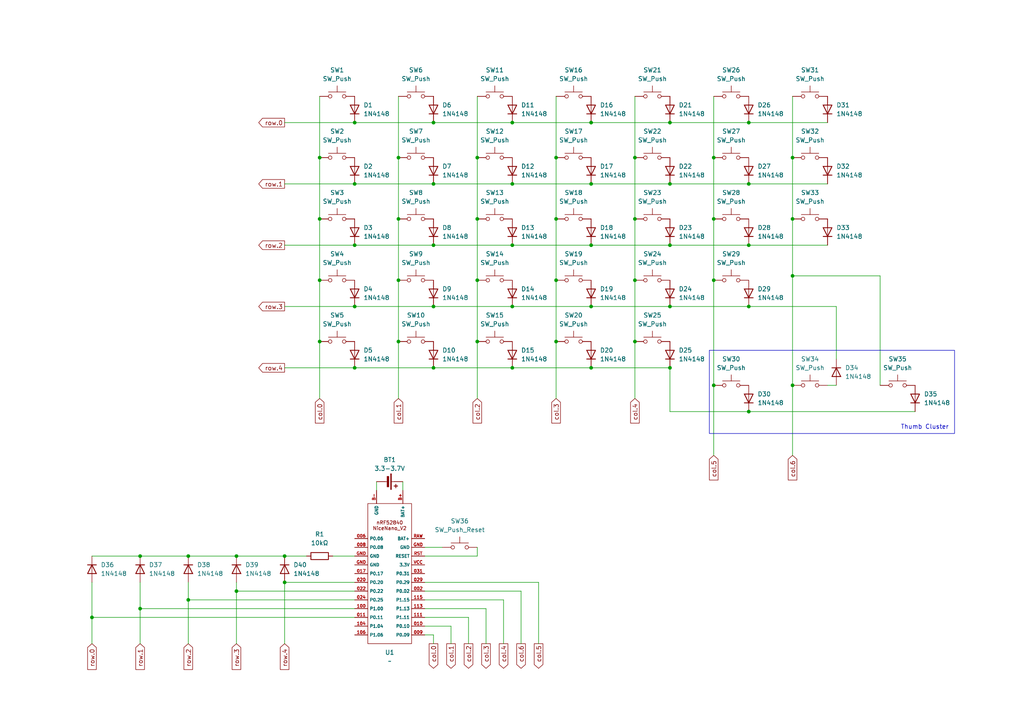
<source format=kicad_sch>
(kicad_sch (version 20250114) (generator "eeschema") (generator_version "9.0")
  (paper "A4")
  (lib_symbols
    (symbol "Device:Battery_Cell" (pin_numbers (hide yes)) (pin_names (offset 0) (hide yes))
      (property "Reference" "BT" (at 2.54 2.54 0))
      (property "Value" "Battery_Cell" (at 2.54 0 0))
      (symbol "Battery_Cell_0_1"
        (rectangle (start -2.286 1.778) (end 2.286 1.524) (fill (type outline)))
        (rectangle (start -1.524 1.016) (end 1.524 0.508) (fill (type outline)))
        (polyline (pts (xy 0 1.778) (xy 0 2.54)))
        (polyline (pts (xy 0 0.762) (xy 0 0)))
        (polyline (pts (xy 0.762 3.048) (xy 1.778 3.048)) (stroke (width 0.254)))
        (polyline (pts (xy 1.27 3.556) (xy 1.27 2.54)) (stroke (width 0.254)))
      )
      (symbol "Battery_Cell_1_1"
        (pin passive line (at 0 5.08 270) (length 2.54) (name "+") (number "1"))
        (pin passive line (at 0 -2.54 90) (length 2.54) (name "-") (number "2"))
      )
    )
    (symbol "Device:R" (pin_numbers (hide yes)) (pin_names (offset 0))
      (property "Reference" "R" (at 2.032 0 90))
      (property "Value" "R" (at 0 0 90))
      (symbol "R_0_1"
        (rectangle (start -1.016 -2.54) (end 1.016 2.54) (stroke (width 0.254)))
      )
      (symbol "R_1_1"
        (pin passive line (at 0 3.81 270) (length 1.27) (name "~") (number "1"))
        (pin passive line (at 0 -3.81 90) (length 1.27) (name "~") (number "2"))
      )
    )
    (symbol "Diode:1N4148" (pin_numbers (hide yes)) (pin_names (hide yes))
      (property "Reference" "D" (at 0 2.54 0))
      (property "Value" "1N4148" (at 0 -2.54 0))
      (symbol "1N4148_0_1"
        (polyline (pts (xy -1.27 1.27) (xy -1.27 -1.27)) (stroke (width 0.254)))
        (polyline (pts (xy 1.27 1.27) (xy 1.27 -1.27) (xy -1.27 0) (xy 1.27 1.27)) (stroke (width 0.254)))
        (polyline (pts (xy 1.27 0) (xy -1.27 0)))
      )
      (symbol "1N4148_1_1"
        (pin passive line (at -3.81 0 0) (length 2.54) (name "K") (number "1"))
        (pin passive line (at 3.81 0 180) (length 2.54) (name "A") (number "2"))
      )
    )
    (symbol "NiceNanoV2:NiceNanoV2" (in_bom no) (on_board no)
      (property "Reference" "U1" (at 0 -20.32 0))
      (symbol "NiceNanoV2_0_1"
        (rectangle (start -6.35 22.86) (end 6.35 -17.78))
      )
      (symbol "NiceNanoV2_1_1"
        (text "nRF52840\nNiceNano_V2" (at 0 16.51 0) (effects (font (size 1.016 1.016))))
        (pin bidirectional line (at -10.16 12.7 0) (length 3.81) (name "P0.06") (number "006"))
        (pin bidirectional line (at -10.16 10.16 0) (length 3.81) (name "P0.08") (number "008"))
        (pin power_out line (at -10.16 7.62 0) (length 3.81) (name "GND") (number "GND"))
        (pin power_out line (at -10.16 5.08 0) (length 3.81) (name "GND") (number "GND"))
        (pin bidirectional line (at -10.16 2.54 0) (length 3.81) (name "P0.17") (number "017"))
        (pin bidirectional line (at -10.16 0 0) (length 3.81) (name "P0.20") (number "020"))
        (pin bidirectional line (at -10.16 -2.54 0) (length 3.81) (name "P0.22") (number "022"))
        (pin bidirectional line (at -10.16 -5.08 0) (length 3.81) (name "P0.25") (number "024"))
        (pin bidirectional line (at -10.16 -7.62 0) (length 3.81) (name "P1.00") (number "100"))
        (pin bidirectional line (at -10.16 -10.16 0) (length 3.81) (name "P0.11") (number "011"))
        (pin bidirectional line (at -10.16 -12.7 0) (length 3.81) (name "P1.04") (number "104"))
        (pin bidirectional line (at -10.16 -15.24 0) (length 3.81) (name "P1.06") (number "106"))
        (pin power_out line (at -3.81 26.67 270) (length 3.81) (name "GND") (number "B-"))
        (pin power_in line (at 3.81 26.67 270) (length 3.81) (name "BAT+") (number "B+"))
        (pin power_in line (at 10.16 12.7 180) (length 3.81) (name "BAT+") (number "RAW"))
        (pin power_out line (at 10.16 10.16 180) (length 3.81) (name "GND") (number "GND"))
        (pin input line (at 10.16 7.62 180) (length 3.81) (name "RESET") (number "RST"))
        (pin power_in line (at 10.16 5.08 180) (length 3.81) (name "3.3V") (number "VCC"))
        (pin bidirectional line (at 10.16 2.54 180) (length 3.81) (name "P0.31") (number "031"))
        (pin bidirectional line (at 10.16 0 180) (length 3.81) (name "P0.29") (number "029"))
        (pin bidirectional line (at 10.16 -2.54 180) (length 3.81) (name "P0.02") (number "002"))
        (pin bidirectional line (at 10.16 -5.08 180) (length 3.81) (name "P1.15") (number "115"))
        (pin bidirectional line (at 10.16 -7.62 180) (length 3.81) (name "P1.13") (number "113"))
        (pin bidirectional line (at 10.16 -10.16 180) (length 3.81) (name "P1.11") (number "111"))
        (pin bidirectional line (at 10.16 -12.7 180) (length 3.81) (name "P0.10") (number "010"))
        (pin bidirectional line (at 10.16 -15.24 180) (length 3.81) (name "P0.09") (number "009"))
      )
    )
    (symbol "Switch:SW_Push" (pin_numbers (hide yes)) (pin_names (offset 1.016) (hide yes))
      (property "Reference" "SW" (at 1.27 2.54 0))
      (property "Value" "SW_Push" (at 0 -1.524 0))
      (symbol "SW_Push_0_1"
        (circle (center -2.032 0) (radius 0.508))
        (polyline (pts (xy 0 1.27) (xy 0 3.048)))
        (circle (center 2.032 0) (radius 0.508))
        (polyline (pts (xy 2.54 1.27) (xy -2.54 1.27)))
        (pin passive line (at -5.08 0 0) (length 2.54) (name "1") (number "1"))
        (pin passive line (at 5.08 0 180) (length 2.54) (name "2") (number "2"))
      )
    )
  )
  (rectangle (start 205.74 101.6) (end 276.86 125.73))
  (text "Thumb Cluster" (exclude_from_sim yes) (at 268.224 123.952 0) (effects (font (size 1.27 1.27))))
  (junction (at 161.29 99.06))
  (junction (at 161.29 45.72))
  (junction (at 217.17 119.38))
  (junction (at 125.73 53.34))
  (junction (at 217.17 53.34))
  (junction (at 184.15 81.28))
  (junction (at 171.45 88.9))
  (junction (at 92.71 99.06))
  (junction (at 82.55 168.91))
  (junction (at 184.15 45.72))
  (junction (at 148.59 71.12))
  (junction (at 229.87 63.5))
  (junction (at 194.31 88.9))
  (junction (at 125.73 88.9))
  (junction (at 207.01 111.76))
  (junction (at 184.15 99.06))
  (junction (at 115.57 63.5))
  (junction (at 194.31 106.68))
  (junction (at 207.01 45.72))
  (junction (at 194.31 35.56))
  (junction (at 40.64 176.53))
  (junction (at 217.17 88.9))
  (junction (at 194.31 53.34))
  (junction (at 92.71 63.5))
  (junction (at 138.43 81.28))
  (junction (at 125.73 106.68))
  (junction (at 171.45 71.12))
  (junction (at 217.17 71.12))
  (junction (at 26.67 179.07))
  (junction (at 217.17 35.56))
  (junction (at 229.87 45.72))
  (junction (at 125.73 35.56))
  (junction (at 138.43 63.5))
  (junction (at 171.45 53.34))
  (junction (at 148.59 106.68))
  (junction (at 161.29 63.5))
  (junction (at 184.15 63.5))
  (junction (at 68.58 171.45))
  (junction (at 194.31 71.12))
  (junction (at 102.87 106.68))
  (junction (at 207.01 81.28))
  (junction (at 148.59 53.34))
  (junction (at 229.87 80.01))
  (junction (at 115.57 45.72))
  (junction (at 171.45 106.68))
  (junction (at 125.73 71.12))
  (junction (at 171.45 35.56))
  (junction (at 68.58 161.29))
  (junction (at 148.59 35.56))
  (junction (at 207.01 63.5))
  (junction (at 102.87 53.34))
  (junction (at 102.87 35.56))
  (junction (at 92.71 45.72))
  (junction (at 115.57 81.28))
  (junction (at 138.43 99.06))
  (junction (at 102.87 88.9))
  (junction (at 161.29 81.28))
  (junction (at 115.57 99.06))
  (junction (at 229.87 111.76))
  (junction (at 54.61 161.29))
  (junction (at 54.61 173.99))
  (junction (at 40.64 161.29))
  (junction (at 102.87 71.12))
  (junction (at 138.43 45.72))
  (junction (at 92.71 81.28))
  (junction (at 148.59 88.9))
  (junction (at 82.55 161.29))
  (wire (pts (xy 102.87 71.12) (xy 125.73 71.12)))
  (wire (pts (xy 161.29 63.5) (xy 161.29 81.28)))
  (wire (pts (xy 184.15 63.5) (xy 184.15 81.28)))
  (wire (pts (xy 194.31 119.38) (xy 217.17 119.38)))
  (wire (pts (xy 102.87 106.68) (xy 125.73 106.68)))
  (wire (pts (xy 116.84 139.7) (xy 116.84 142.24)))
  (wire (pts (xy 125.73 184.15) (xy 123.19 184.15)))
  (wire (pts (xy 54.61 173.99) (xy 54.61 186.69)))
  (wire (pts (xy 184.15 99.06) (xy 184.15 115.57)))
  (wire (pts (xy 68.58 171.45) (xy 102.87 171.45)))
  (wire (pts (xy 115.57 81.28) (xy 115.57 99.06)))
  (wire (pts (xy 82.55 168.91) (xy 82.55 186.69)))
  (wire (pts (xy 148.59 88.9) (xy 171.45 88.9)))
  (wire (pts (xy 156.21 186.69) (xy 156.21 168.91)))
  (wire (pts (xy 123.19 161.29) (xy 138.43 161.29)))
  (wire (pts (xy 146.05 186.69) (xy 146.05 173.99)))
  (wire (pts (xy 146.05 173.99) (xy 123.19 173.99)))
  (wire (pts (xy 125.73 186.69) (xy 125.73 184.15)))
  (wire (pts (xy 82.55 53.34) (xy 102.87 53.34)))
  (wire (pts (xy 161.29 45.72) (xy 161.29 63.5)))
  (wire (pts (xy 171.45 88.9) (xy 194.31 88.9)))
  (wire (pts (xy 54.61 173.99) (xy 102.87 173.99)))
  (wire (pts (xy 40.64 176.53) (xy 40.64 186.69)))
  (wire (pts (xy 40.64 161.29) (xy 54.61 161.29)))
  (wire (pts (xy 171.45 106.68) (xy 194.31 106.68)))
  (wire (pts (xy 125.73 53.34) (xy 148.59 53.34)))
  (wire (pts (xy 184.15 81.28) (xy 184.15 99.06)))
  (wire (pts (xy 68.58 168.91) (xy 68.58 171.45)))
  (wire (pts (xy 184.15 27.94) (xy 184.15 45.72)))
  (wire (pts (xy 255.27 80.01) (xy 255.27 111.76)))
  (wire (pts (xy 92.71 63.5) (xy 92.71 81.28)))
  (wire (pts (xy 92.71 27.94) (xy 92.71 45.72)))
  (wire (pts (xy 92.71 99.06) (xy 92.71 115.57)))
  (wire (pts (xy 82.55 35.56) (xy 102.87 35.56)))
  (wire (pts (xy 102.87 88.9) (xy 125.73 88.9)))
  (wire (pts (xy 135.89 186.69) (xy 135.89 179.07)))
  (wire (pts (xy 92.71 45.72) (xy 92.71 63.5)))
  (wire (pts (xy 194.31 88.9) (xy 217.17 88.9)))
  (wire (pts (xy 140.97 176.53) (xy 123.19 176.53)))
  (wire (pts (xy 115.57 27.94) (xy 115.57 45.72)))
  (wire (pts (xy 135.89 179.07) (xy 123.19 179.07)))
  (wire (pts (xy 138.43 99.06) (xy 138.43 115.57)))
  (wire (pts (xy 138.43 81.28) (xy 138.43 99.06)))
  (wire (pts (xy 130.81 181.61) (xy 123.19 181.61)))
  (wire (pts (xy 102.87 53.34) (xy 125.73 53.34)))
  (wire (pts (xy 82.55 161.29) (xy 88.9 161.29)))
  (wire (pts (xy 125.73 106.68) (xy 148.59 106.68)))
  (wire (pts (xy 217.17 88.9) (xy 242.57 88.9)))
  (wire (pts (xy 68.58 161.29) (xy 82.55 161.29)))
  (wire (pts (xy 125.73 35.56) (xy 148.59 35.56)))
  (wire (pts (xy 82.55 71.12) (xy 102.87 71.12)))
  (wire (pts (xy 229.87 63.5) (xy 229.87 80.01)))
  (wire (pts (xy 229.87 111.76) (xy 229.87 132.08)))
  (wire (pts (xy 148.59 106.68) (xy 171.45 106.68)))
  (wire (pts (xy 138.43 158.75) (xy 138.43 161.29)))
  (wire (pts (xy 82.55 106.68) (xy 102.87 106.68)))
  (wire (pts (xy 102.87 35.56) (xy 125.73 35.56)))
  (wire (pts (xy 229.87 80.01) (xy 229.87 111.76)))
  (wire (pts (xy 156.21 168.91) (xy 123.19 168.91)))
  (wire (pts (xy 115.57 63.5) (xy 115.57 81.28)))
  (wire (pts (xy 151.13 186.69) (xy 151.13 171.45)))
  (wire (pts (xy 68.58 171.45) (xy 68.58 186.69)))
  (wire (pts (xy 207.01 81.28) (xy 207.01 111.76)))
  (wire (pts (xy 171.45 35.56) (xy 194.31 35.56)))
  (wire (pts (xy 109.22 139.7) (xy 109.22 142.24)))
  (wire (pts (xy 240.03 111.76) (xy 242.57 111.76)))
  (wire (pts (xy 82.55 168.91) (xy 102.87 168.91)))
  (wire (pts (xy 217.17 119.38) (xy 265.43 119.38)))
  (wire (pts (xy 26.67 179.07) (xy 102.87 179.07)))
  (wire (pts (xy 229.87 27.94) (xy 229.87 45.72)))
  (wire (pts (xy 115.57 99.06) (xy 115.57 115.57)))
  (wire (pts (xy 148.59 53.34) (xy 171.45 53.34)))
  (wire (pts (xy 128.27 158.75) (xy 123.19 158.75)))
  (wire (pts (xy 194.31 106.68) (xy 194.31 119.38)))
  (wire (pts (xy 125.73 88.9) (xy 148.59 88.9)))
  (wire (pts (xy 217.17 53.34) (xy 240.03 53.34)))
  (wire (pts (xy 207.01 27.94) (xy 207.01 45.72)))
  (wire (pts (xy 217.17 71.12) (xy 240.03 71.12)))
  (wire (pts (xy 161.29 27.94) (xy 161.29 45.72)))
  (wire (pts (xy 217.17 35.56) (xy 240.03 35.56)))
  (wire (pts (xy 194.31 35.56) (xy 217.17 35.56)))
  (wire (pts (xy 96.52 161.29) (xy 102.87 161.29)))
  (wire (pts (xy 130.81 186.69) (xy 130.81 181.61)))
  (wire (pts (xy 115.57 45.72) (xy 115.57 63.5)))
  (wire (pts (xy 194.31 53.34) (xy 217.17 53.34)))
  (wire (pts (xy 40.64 168.91) (xy 40.64 176.53)))
  (wire (pts (xy 194.31 71.12) (xy 217.17 71.12)))
  (wire (pts (xy 26.67 168.91) (xy 26.67 179.07)))
  (wire (pts (xy 140.97 186.69) (xy 140.97 176.53)))
  (wire (pts (xy 207.01 45.72) (xy 207.01 63.5)))
  (wire (pts (xy 138.43 27.94) (xy 138.43 45.72)))
  (wire (pts (xy 171.45 53.34) (xy 194.31 53.34)))
  (wire (pts (xy 148.59 71.12) (xy 171.45 71.12)))
  (wire (pts (xy 184.15 45.72) (xy 184.15 63.5)))
  (wire (pts (xy 138.43 45.72) (xy 138.43 63.5)))
  (wire (pts (xy 161.29 99.06) (xy 161.29 115.57)))
  (wire (pts (xy 54.61 161.29) (xy 68.58 161.29)))
  (wire (pts (xy 26.67 161.29) (xy 40.64 161.29)))
  (wire (pts (xy 207.01 63.5) (xy 207.01 81.28)))
  (wire (pts (xy 54.61 168.91) (xy 54.61 173.99)))
  (wire (pts (xy 92.71 81.28) (xy 92.71 99.06)))
  (wire (pts (xy 207.01 111.76) (xy 207.01 132.08)))
  (wire (pts (xy 138.43 63.5) (xy 138.43 81.28)))
  (wire (pts (xy 151.13 171.45) (xy 123.19 171.45)))
  (wire (pts (xy 171.45 71.12) (xy 194.31 71.12)))
  (wire (pts (xy 161.29 81.28) (xy 161.29 99.06)))
  (wire (pts (xy 148.59 35.56) (xy 171.45 35.56)))
  (wire (pts (xy 125.73 71.12) (xy 148.59 71.12)))
  (wire (pts (xy 40.64 176.53) (xy 102.87 176.53)))
  (wire (pts (xy 229.87 45.72) (xy 229.87 63.5)))
  (wire (pts (xy 242.57 88.9) (xy 242.57 104.14)))
  (wire (pts (xy 26.67 179.07) (xy 26.67 186.69)))
  (wire (pts (xy 82.55 88.9) (xy 102.87 88.9)))
  (wire (pts (xy 229.87 80.01) (xy 255.27 80.01)))
  (global_label "row.3" (shape output) (at 82.55 88.9 180) (property "Intersheetrefs" "${INTERSHEET_REFS}" (effects (hide yes))))
  (global_label "col.4" (shape output) (at 146.05 186.69 270) (property "Intersheetrefs" "${INTERSHEET_REFS}" (effects (hide yes))))
  (global_label "col.6" (shape output) (at 151.13 186.69 270) (property "Intersheetrefs" "${INTERSHEET_REFS}" (effects (hide yes))))
  (global_label "row.4" (shape input) (at 82.55 186.69 270) (property "Intersheetrefs" "${INTERSHEET_REFS}" (effects (hide yes))))
  (global_label "row.1" (shape input) (at 40.64 186.69 270) (property "Intersheetrefs" "${INTERSHEET_REFS}" (effects (hide yes))))
  (global_label "row.0" (shape output) (at 82.55 35.56 180) (property "Intersheetrefs" "${INTERSHEET_REFS}" (effects (hide yes))))
  (global_label "col.3" (shape output) (at 140.97 186.69 270) (property "Intersheetrefs" "${INTERSHEET_REFS}" (effects (hide yes))))
  (global_label "col.2" (shape input) (at 138.43 115.57 270) (property "Intersheetrefs" "${INTERSHEET_REFS}" (effects (hide yes))))
  (global_label "row.4" (shape output) (at 82.55 106.68 180) (property "Intersheetrefs" "${INTERSHEET_REFS}" (effects (hide yes))))
  (global_label "col.1" (shape output) (at 130.81 186.69 270) (property "Intersheetrefs" "${INTERSHEET_REFS}" (effects (hide yes))))
  (global_label "row.2" (shape output) (at 82.55 71.12 180) (property "Intersheetrefs" "${INTERSHEET_REFS}" (effects (hide yes))))
  (global_label "col.3" (shape input) (at 161.29 115.57 270) (property "Intersheetrefs" "${INTERSHEET_REFS}" (effects (hide yes))))
  (global_label "col.6" (shape input) (at 229.87 132.08 270) (property "Intersheetrefs" "${INTERSHEET_REFS}" (effects (hide yes))))
  (global_label "row.0" (shape input) (at 26.67 186.69 270) (property "Intersheetrefs" "${INTERSHEET_REFS}" (effects (hide yes))))
  (global_label "col.1" (shape input) (at 115.57 115.57 270) (property "Intersheetrefs" "${INTERSHEET_REFS}" (effects (hide yes))))
  (global_label "col.0" (shape output) (at 125.73 186.69 270) (property "Intersheetrefs" "${INTERSHEET_REFS}" (effects (hide yes))))
  (global_label "col.5" (shape output) (at 156.21 186.69 270) (property "Intersheetrefs" "${INTERSHEET_REFS}" (effects (hide yes))))
  (global_label "row.1" (shape output) (at 82.55 53.34 180) (property "Intersheetrefs" "${INTERSHEET_REFS}" (effects (hide yes))))
  (global_label "col.0" (shape input) (at 92.71 115.57 270) (property "Intersheetrefs" "${INTERSHEET_REFS}" (effects (hide yes))))
  (global_label "col.5" (shape input) (at 207.01 132.08 270) (property "Intersheetrefs" "${INTERSHEET_REFS}" (effects (hide yes))))
  (global_label "row.2" (shape input) (at 54.61 186.69 270) (property "Intersheetrefs" "${INTERSHEET_REFS}" (effects (hide yes))))
  (global_label "col.4" (shape input) (at 184.15 115.57 270) (property "Intersheetrefs" "${INTERSHEET_REFS}" (effects (hide yes))))
  (global_label "row.3" (shape input) (at 68.58 186.69 270) (property "Intersheetrefs" "${INTERSHEET_REFS}" (effects (hide yes))))
  (global_label "col.2" (shape output) (at 135.89 186.69 270) (property "Intersheetrefs" "${INTERSHEET_REFS}" (effects (hide yes))))
  (symbol (lib_id "Switch:SW_Push") (at 234.95 63.5 0) (unit 1)
    (property "Reference" "SW33" (at 234.95 55.88 0))
    (property "Value" "SW_Push" (at 234.95 58.42 0))
    (property "Description" "Push button switch, generic, two pins" (effects (hide yes)))
  )
  (symbol (lib_id "Switch:SW_Push") (at 97.79 63.5 0) (unit 1)
    (property "Reference" "SW3" (at 97.79 55.88 0))
    (property "Value" "SW_Push" (at 97.79 58.42 0))
    (property "Description" "Push button switch, generic, two pins" (effects (hide yes)))
  )
  (symbol (lib_id "Diode:1N4148") (at 217.17 85.09 90) (unit 1)
    (property "Reference" "D29" (at 219.71 83.8199 90) (effects (justify right)))
    (property "Value" "1N4148" (at 219.71 86.3599 90) (effects (justify right)))
    (property "Footprint" "Diode_THT:D_DO-35_SOD27_P7.62mm_Horizontal" (effects (hide yes)))
    (property "Datasheet" "https://assets.nexperia.com/documents/data-sheet/1N4148_1N4448.pdf" (effects (hide yes)))
    (property "Description" "100V 0.15A standard switching diode, DO-35" (effects (hide yes)))
    (property "Sim.Device" "D" (effects (hide yes)))
    (property "Sim.Pins" "1=K 2=A" (effects (hide yes)))
  )
  (symbol (lib_id "Diode:1N4148") (at 148.59 102.87 90) (unit 1)
    (property "Reference" "D15" (at 151.13 101.5999 90) (effects (justify right)))
    (property "Value" "1N4148" (at 151.13 104.1399 90) (effects (justify right)))
    (property "Footprint" "Diode_THT:D_DO-35_SOD27_P7.62mm_Horizontal" (effects (hide yes)))
    (property "Datasheet" "https://assets.nexperia.com/documents/data-sheet/1N4148_1N4448.pdf" (effects (hide yes)))
    (property "Description" "100V 0.15A standard switching diode, DO-35" (effects (hide yes)))
    (property "Sim.Device" "D" (effects (hide yes)))
    (property "Sim.Pins" "1=K 2=A" (effects (hide yes)))
  )
  (symbol (lib_id "Diode:1N4148") (at 217.17 67.31 90) (unit 1)
    (property "Reference" "D28" (at 219.71 66.0399 90) (effects (justify right)))
    (property "Value" "1N4148" (at 219.71 68.5799 90) (effects (justify right)))
    (property "Footprint" "Diode_THT:D_DO-35_SOD27_P7.62mm_Horizontal" (effects (hide yes)))
    (property "Datasheet" "https://assets.nexperia.com/documents/data-sheet/1N4148_1N4448.pdf" (effects (hide yes)))
    (property "Description" "100V 0.15A standard switching diode, DO-35" (effects (hide yes)))
    (property "Sim.Device" "D" (effects (hide yes)))
    (property "Sim.Pins" "1=K 2=A" (effects (hide yes)))
  )
  (symbol (lib_id "Switch:SW_Push") (at 143.51 63.5 0) (unit 1)
    (property "Reference" "SW13" (at 143.51 55.88 0))
    (property "Value" "SW_Push" (at 143.51 58.42 0))
    (property "Description" "Push button switch, generic, two pins" (effects (hide yes)))
  )
  (symbol (lib_id "Diode:1N4148") (at 217.17 49.53 90) (unit 1)
    (property "Reference" "D27" (at 219.71 48.2599 90) (effects (justify right)))
    (property "Value" "1N4148" (at 219.71 50.7999 90) (effects (justify right)))
    (property "Footprint" "Diode_THT:D_DO-35_SOD27_P7.62mm_Horizontal" (effects (hide yes)))
    (property "Datasheet" "https://assets.nexperia.com/documents/data-sheet/1N4148_1N4448.pdf" (effects (hide yes)))
    (property "Description" "100V 0.15A standard switching diode, DO-35" (effects (hide yes)))
    (property "Sim.Device" "D" (effects (hide yes)))
    (property "Sim.Pins" "1=K 2=A" (effects (hide yes)))
  )
  (symbol (lib_id "Switch:SW_Push") (at 166.37 63.5 0) (unit 1)
    (property "Reference" "SW18" (at 166.37 55.88 0))
    (property "Value" "SW_Push" (at 166.37 58.42 0))
    (property "Description" "Push button switch, generic, two pins" (effects (hide yes)))
  )
  (symbol (lib_id "Diode:1N4148") (at 125.73 31.75 90) (unit 1)
    (property "Reference" "D6" (at 128.27 30.4799 90) (effects (justify right)))
    (property "Value" "1N4148" (at 128.27 33.0199 90) (effects (justify right)))
    (property "Footprint" "Diode_THT:D_DO-35_SOD27_P7.62mm_Horizontal" (effects (hide yes)))
    (property "Datasheet" "https://assets.nexperia.com/documents/data-sheet/1N4148_1N4448.pdf" (effects (hide yes)))
    (property "Description" "100V 0.15A standard switching diode, DO-35" (effects (hide yes)))
    (property "Sim.Device" "D" (effects (hide yes)))
    (property "Sim.Pins" "1=K 2=A" (effects (hide yes)))
  )
  (symbol (lib_id "Diode:1N4148") (at 194.31 49.53 90) (unit 1)
    (property "Reference" "D22" (at 196.85 48.2599 90) (effects (justify right)))
    (property "Value" "1N4148" (at 196.85 50.7999 90) (effects (justify right)))
    (property "Footprint" "Diode_THT:D_DO-35_SOD27_P7.62mm_Horizontal" (effects (hide yes)))
    (property "Datasheet" "https://assets.nexperia.com/documents/data-sheet/1N4148_1N4448.pdf" (effects (hide yes)))
    (property "Description" "100V 0.15A standard switching diode, DO-35" (effects (hide yes)))
    (property "Sim.Device" "D" (effects (hide yes)))
    (property "Sim.Pins" "1=K 2=A" (effects (hide yes)))
  )
  (symbol (lib_id "Switch:SW_Push") (at 189.23 99.06 0) (unit 1)
    (property "Reference" "SW25" (at 189.23 91.44 0))
    (property "Value" "SW_Push" (at 189.23 93.98 0))
    (property "Description" "Push button switch, generic, two pins" (effects (hide yes)))
  )
  (symbol (lib_id "Switch:SW_Push") (at 166.37 45.72 0) (unit 1)
    (property "Reference" "SW17" (at 166.37 38.1 0))
    (property "Value" "SW_Push" (at 166.37 40.64 0))
    (property "Description" "Push button switch, generic, two pins" (effects (hide yes)))
  )
  (symbol (lib_id "Diode:1N4148") (at 171.45 67.31 90) (unit 1)
    (property "Reference" "D18" (at 173.99 66.0399 90) (effects (justify right)))
    (property "Value" "1N4148" (at 173.99 68.5799 90) (effects (justify right)))
    (property "Footprint" "Diode_THT:D_DO-35_SOD27_P7.62mm_Horizontal" (effects (hide yes)))
    (property "Datasheet" "https://assets.nexperia.com/documents/data-sheet/1N4148_1N4448.pdf" (effects (hide yes)))
    (property "Description" "100V 0.15A standard switching diode, DO-35" (effects (hide yes)))
    (property "Sim.Device" "D" (effects (hide yes)))
    (property "Sim.Pins" "1=K 2=A" (effects (hide yes)))
  )
  (symbol (lib_id "Switch:SW_Push") (at 97.79 27.94 0) (unit 1)
    (property "Reference" "SW1" (at 97.79 20.32 0))
    (property "Value" "SW_Push" (at 97.79 22.86 0))
    (property "Description" "Push button switch, generic, two pins" (effects (hide yes)))
  )
  (symbol (lib_id "Diode:1N4148") (at 68.58 165.1 270) (unit 1)
    (property "Reference" "D39" (at 71.12 163.8299 90) (effects (justify left)))
    (property "Value" "1N4148" (at 71.12 166.3699 90) (effects (justify left)))
    (property "Footprint" "Diode_THT:D_DO-35_SOD27_P7.62mm_Horizontal" (effects (hide yes)))
    (property "Datasheet" "https://assets.nexperia.com/documents/data-sheet/1N4148_1N4448.pdf" (effects (hide yes)))
    (property "Description" "100V 0.15A standard switching diode, DO-35" (effects (hide yes)))
    (property "Sim.Device" "D" (effects (hide yes)))
    (property "Sim.Pins" "1=K 2=A" (effects (hide yes)))
  )
  (symbol (lib_id "Diode:1N4148") (at 265.43 115.57 90) (unit 1)
    (property "Reference" "D35" (at 267.97 114.2999 90) (effects (justify right)))
    (property "Value" "1N4148" (at 267.97 116.8399 90) (effects (justify right)))
    (property "Footprint" "Diode_THT:D_DO-35_SOD27_P7.62mm_Horizontal" (effects (hide yes)))
    (property "Datasheet" "https://assets.nexperia.com/documents/data-sheet/1N4148_1N4448.pdf" (effects (hide yes)))
    (property "Description" "100V 0.15A standard switching diode, DO-35" (effects (hide yes)))
    (property "Sim.Device" "D" (effects (hide yes)))
    (property "Sim.Pins" "1=K 2=A" (effects (hide yes)))
  )
  (symbol (lib_id "Switch:SW_Push") (at 120.65 81.28 0) (unit 1)
    (property "Reference" "SW9" (at 120.65 73.66 0))
    (property "Value" "SW_Push" (at 120.65 76.2 0))
    (property "Description" "Push button switch, generic, two pins" (effects (hide yes)))
  )
  (symbol (lib_id "Switch:SW_Push") (at 133.35 158.75 0) (unit 1)
    (property "Reference" "SW36" (at 133.35 151.13 0))
    (property "Value" "SW_Push_Reset" (at 133.35 153.67 0))
    (property "Description" "Push button switch, generic, two pins" (effects (hide yes)))
  )
  (symbol (lib_id "Diode:1N4148") (at 148.59 67.31 90) (unit 1)
    (property "Reference" "D13" (at 151.13 66.0399 90) (effects (justify right)))
    (property "Value" "1N4148" (at 151.13 68.5799 90) (effects (justify right)))
    (property "Footprint" "Diode_THT:D_DO-35_SOD27_P7.62mm_Horizontal" (effects (hide yes)))
    (property "Datasheet" "https://assets.nexperia.com/documents/data-sheet/1N4148_1N4448.pdf" (effects (hide yes)))
    (property "Description" "100V 0.15A standard switching diode, DO-35" (effects (hide yes)))
    (property "Sim.Device" "D" (effects (hide yes)))
    (property "Sim.Pins" "1=K 2=A" (effects (hide yes)))
  )
  (symbol (lib_id "Diode:1N4148") (at 194.31 85.09 90) (unit 1)
    (property "Reference" "D24" (at 196.85 83.8199 90) (effects (justify right)))
    (property "Value" "1N4148" (at 196.85 86.3599 90) (effects (justify right)))
    (property "Footprint" "Diode_THT:D_DO-35_SOD27_P7.62mm_Horizontal" (effects (hide yes)))
    (property "Datasheet" "https://assets.nexperia.com/documents/data-sheet/1N4148_1N4448.pdf" (effects (hide yes)))
    (property "Description" "100V 0.15A standard switching diode, DO-35" (effects (hide yes)))
    (property "Sim.Device" "D" (effects (hide yes)))
    (property "Sim.Pins" "1=K 2=A" (effects (hide yes)))
  )
  (symbol (lib_id "Diode:1N4148") (at 125.73 67.31 90) (unit 1)
    (property "Reference" "D8" (at 128.27 66.0399 90) (effects (justify right)))
    (property "Value" "1N4148" (at 128.27 68.5799 90) (effects (justify right)))
    (property "Footprint" "Diode_THT:D_DO-35_SOD27_P7.62mm_Horizontal" (effects (hide yes)))
    (property "Datasheet" "https://assets.nexperia.com/documents/data-sheet/1N4148_1N4448.pdf" (effects (hide yes)))
    (property "Description" "100V 0.15A standard switching diode, DO-35" (effects (hide yes)))
    (property "Sim.Device" "D" (effects (hide yes)))
    (property "Sim.Pins" "1=K 2=A" (effects (hide yes)))
  )
  (symbol (lib_id "Diode:1N4148") (at 242.57 107.95 270) (unit 1)
    (property "Reference" "D34" (at 245.11 106.6799 90) (effects (justify left)))
    (property "Value" "1N4148" (at 245.11 109.2199 90) (effects (justify left)))
    (property "Footprint" "Diode_THT:D_DO-35_SOD27_P7.62mm_Horizontal" (effects (hide yes)))
    (property "Datasheet" "https://assets.nexperia.com/documents/data-sheet/1N4148_1N4448.pdf" (effects (hide yes)))
    (property "Description" "100V 0.15A standard switching diode, DO-35" (effects (hide yes)))
    (property "Sim.Device" "D" (effects (hide yes)))
    (property "Sim.Pins" "1=K 2=A" (effects (hide yes)))
  )
  (symbol (lib_id "Switch:SW_Push") (at 166.37 27.94 0) (unit 1)
    (property "Reference" "SW16" (at 166.37 20.32 0))
    (property "Value" "SW_Push" (at 166.37 22.86 0))
    (property "Description" "Push button switch, generic, two pins" (effects (hide yes)))
  )
  (symbol (lib_id "Switch:SW_Push") (at 234.95 45.72 0) (unit 1)
    (property "Reference" "SW32" (at 234.95 38.1 0))
    (property "Value" "SW_Push" (at 234.95 40.64 0))
    (property "Description" "Push button switch, generic, two pins" (effects (hide yes)))
  )
  (symbol (lib_id "Diode:1N4148") (at 171.45 31.75 90) (unit 1)
    (property "Reference" "D16" (at 173.99 30.4799 90) (effects (justify right)))
    (property "Value" "1N4148" (at 173.99 33.0199 90) (effects (justify right)))
    (property "Footprint" "Diode_THT:D_DO-35_SOD27_P7.62mm_Horizontal" (effects (hide yes)))
    (property "Datasheet" "https://assets.nexperia.com/documents/data-sheet/1N4148_1N4448.pdf" (effects (hide yes)))
    (property "Description" "100V 0.15A standard switching diode, DO-35" (effects (hide yes)))
    (property "Sim.Device" "D" (effects (hide yes)))
    (property "Sim.Pins" "1=K 2=A" (effects (hide yes)))
  )
  (symbol (lib_id "Diode:1N4148") (at 102.87 31.75 90) (unit 1)
    (property "Reference" "D1" (at 105.41 30.4799 90) (effects (justify right)))
    (property "Value" "1N4148" (at 105.41 33.0199 90) (effects (justify right)))
    (property "Footprint" "Diode_THT:D_DO-35_SOD27_P7.62mm_Horizontal" (effects (hide yes)))
    (property "Datasheet" "https://assets.nexperia.com/documents/data-sheet/1N4148_1N4448.pdf" (effects (hide yes)))
    (property "Description" "100V 0.15A standard switching diode, DO-35" (effects (hide yes)))
    (property "Sim.Device" "D" (effects (hide yes)))
    (property "Sim.Pins" "1=K 2=A" (effects (hide yes)))
  )
  (symbol (lib_id "Diode:1N4148") (at 102.87 102.87 90) (unit 1)
    (property "Reference" "D5" (at 105.41 101.5999 90) (effects (justify right)))
    (property "Value" "1N4148" (at 105.41 104.1399 90) (effects (justify right)))
    (property "Footprint" "Diode_THT:D_DO-35_SOD27_P7.62mm_Horizontal" (effects (hide yes)))
    (property "Datasheet" "https://assets.nexperia.com/documents/data-sheet/1N4148_1N4448.pdf" (effects (hide yes)))
    (property "Description" "100V 0.15A standard switching diode, DO-35" (effects (hide yes)))
    (property "Sim.Device" "D" (effects (hide yes)))
    (property "Sim.Pins" "1=K 2=A" (effects (hide yes)))
  )
  (symbol (lib_id "Switch:SW_Push") (at 212.09 111.76 0) (unit 1)
    (property "Reference" "SW30" (at 212.09 104.14 0))
    (property "Value" "SW_Push" (at 212.09 106.68 0))
    (property "Description" "Push button switch, generic, two pins" (effects (hide yes)))
  )
  (symbol (lib_id "Switch:SW_Push") (at 212.09 81.28 0) (unit 1)
    (property "Reference" "SW29" (at 212.09 73.66 0))
    (property "Value" "SW_Push" (at 212.09 76.2 0))
    (property "Description" "Push button switch, generic, two pins" (effects (hide yes)))
  )
  (symbol (lib_id "Switch:SW_Push") (at 189.23 27.94 0) (unit 1)
    (property "Reference" "SW21" (at 189.23 20.32 0))
    (property "Value" "SW_Push" (at 189.23 22.86 0))
    (property "Description" "Push button switch, generic, two pins" (effects (hide yes)))
  )
  (symbol (lib_id "Switch:SW_Push") (at 166.37 99.06 0) (unit 1)
    (property "Reference" "SW20" (at 166.37 91.44 0))
    (property "Value" "SW_Push" (at 166.37 93.98 0))
    (property "Description" "Push button switch, generic, two pins" (effects (hide yes)))
  )
  (symbol (lib_id "Diode:1N4148") (at 148.59 49.53 90) (unit 1)
    (property "Reference" "D12" (at 151.13 48.2599 90) (effects (justify right)))
    (property "Value" "1N4148" (at 151.13 50.7999 90) (effects (justify right)))
    (property "Footprint" "Diode_THT:D_DO-35_SOD27_P7.62mm_Horizontal" (effects (hide yes)))
    (property "Datasheet" "https://assets.nexperia.com/documents/data-sheet/1N4148_1N4448.pdf" (effects (hide yes)))
    (property "Description" "100V 0.15A standard switching diode, DO-35" (effects (hide yes)))
    (property "Sim.Device" "D" (effects (hide yes)))
    (property "Sim.Pins" "1=K 2=A" (effects (hide yes)))
  )
  (symbol (lib_id "Switch:SW_Push") (at 143.51 27.94 0) (unit 1)
    (property "Reference" "SW11" (at 143.51 20.32 0))
    (property "Value" "SW_Push" (at 143.51 22.86 0))
    (property "Description" "Push button switch, generic, two pins" (effects (hide yes)))
  )
  (symbol (lib_id "NiceNanoV2:NiceNanoV2") (at 113.03 168.91 0) (unit 1) (in_bom no) (on_board no)
    (property "Reference" "U1" (at 113.03 189.23 0))
    (property "Value" "~" (at 113.03 191.77 0))
  )
  (symbol (lib_id "Device:R") (at 92.71 161.29 90) (unit 1)
    (property "Reference" "R1" (at 92.71 154.94 90))
    (property "Value" "10kΩ" (at 92.71 157.48 90))
    (property "Description" "Resistor" (effects (hide yes)))
  )
  (symbol (lib_id "Switch:SW_Push") (at 212.09 63.5 0) (unit 1)
    (property "Reference" "SW28" (at 212.09 55.88 0))
    (property "Value" "SW_Push" (at 212.09 58.42 0))
    (property "Description" "Push button switch, generic, two pins" (effects (hide yes)))
  )
  (symbol (lib_id "Switch:SW_Push") (at 143.51 45.72 0) (unit 1)
    (property "Reference" "SW12" (at 143.51 38.1 0))
    (property "Value" "SW_Push" (at 143.51 40.64 0))
    (property "Description" "Push button switch, generic, two pins" (effects (hide yes)))
  )
  (symbol (lib_id "Diode:1N4148") (at 194.31 67.31 90) (unit 1)
    (property "Reference" "D23" (at 196.85 66.0399 90) (effects (justify right)))
    (property "Value" "1N4148" (at 196.85 68.5799 90) (effects (justify right)))
    (property "Footprint" "Diode_THT:D_DO-35_SOD27_P7.62mm_Horizontal" (effects (hide yes)))
    (property "Datasheet" "https://assets.nexperia.com/documents/data-sheet/1N4148_1N4448.pdf" (effects (hide yes)))
    (property "Description" "100V 0.15A standard switching diode, DO-35" (effects (hide yes)))
    (property "Sim.Device" "D" (effects (hide yes)))
    (property "Sim.Pins" "1=K 2=A" (effects (hide yes)))
  )
  (symbol (lib_id "Diode:1N4148") (at 148.59 31.75 90) (unit 1)
    (property "Reference" "D11" (at 151.13 30.4799 90) (effects (justify right)))
    (property "Value" "1N4148" (at 151.13 33.0199 90) (effects (justify right)))
    (property "Footprint" "Diode_THT:D_DO-35_SOD27_P7.62mm_Horizontal" (effects (hide yes)))
    (property "Datasheet" "https://assets.nexperia.com/documents/data-sheet/1N4148_1N4448.pdf" (effects (hide yes)))
    (property "Description" "100V 0.15A standard switching diode, DO-35" (effects (hide yes)))
    (property "Sim.Device" "D" (effects (hide yes)))
    (property "Sim.Pins" "1=K 2=A" (effects (hide yes)))
  )
  (symbol (lib_id "Diode:1N4148") (at 194.31 31.75 90) (unit 1)
    (property "Reference" "D21" (at 196.85 30.4799 90) (effects (justify right)))
    (property "Value" "1N4148" (at 196.85 33.0199 90) (effects (justify right)))
    (property "Footprint" "Diode_THT:D_DO-35_SOD27_P7.62mm_Horizontal" (effects (hide yes)))
    (property "Datasheet" "https://assets.nexperia.com/documents/data-sheet/1N4148_1N4448.pdf" (effects (hide yes)))
    (property "Description" "100V 0.15A standard switching diode, DO-35" (effects (hide yes)))
    (property "Sim.Device" "D" (effects (hide yes)))
    (property "Sim.Pins" "1=K 2=A" (effects (hide yes)))
  )
  (symbol (lib_id "Diode:1N4148") (at 171.45 102.87 90) (unit 1)
    (property "Reference" "D20" (at 173.99 101.5999 90) (effects (justify right)))
    (property "Value" "1N4148" (at 173.99 104.1399 90) (effects (justify right)))
    (property "Footprint" "Diode_THT:D_DO-35_SOD27_P7.62mm_Horizontal" (effects (hide yes)))
    (property "Datasheet" "https://assets.nexperia.com/documents/data-sheet/1N4148_1N4448.pdf" (effects (hide yes)))
    (property "Description" "100V 0.15A standard switching diode, DO-35" (effects (hide yes)))
    (property "Sim.Device" "D" (effects (hide yes)))
    (property "Sim.Pins" "1=K 2=A" (effects (hide yes)))
  )
  (symbol (lib_id "Switch:SW_Push") (at 143.51 81.28 0) (unit 1)
    (property "Reference" "SW14" (at 143.51 73.66 0))
    (property "Value" "SW_Push" (at 143.51 76.2 0))
    (property "Description" "Push button switch, generic, two pins" (effects (hide yes)))
  )
  (symbol (lib_id "Switch:SW_Push") (at 97.79 45.72 0) (unit 1)
    (property "Reference" "SW2" (at 97.79 38.1 0))
    (property "Value" "SW_Push" (at 97.79 40.64 0))
    (property "Description" "Push button switch, generic, two pins" (effects (hide yes)))
  )
  (symbol (lib_id "Switch:SW_Push") (at 212.09 27.94 0) (unit 1)
    (property "Reference" "SW26" (at 212.09 20.32 0))
    (property "Value" "SW_Push" (at 212.09 22.86 0))
    (property "Description" "Push button switch, generic, two pins" (effects (hide yes)))
  )
  (symbol (lib_id "Switch:SW_Push") (at 120.65 99.06 0) (unit 1)
    (property "Reference" "SW10" (at 120.65 91.44 0))
    (property "Value" "SW_Push" (at 120.65 93.98 0))
    (property "Description" "Push button switch, generic, two pins" (effects (hide yes)))
  )
  (symbol (lib_id "Switch:SW_Push") (at 212.09 45.72 0) (unit 1)
    (property "Reference" "SW27" (at 212.09 38.1 0))
    (property "Value" "SW_Push" (at 212.09 40.64 0))
    (property "Description" "Push button switch, generic, two pins" (effects (hide yes)))
  )
  (symbol (lib_id "Diode:1N4148") (at 102.87 85.09 90) (unit 1)
    (property "Reference" "D4" (at 105.41 83.8199 90) (effects (justify right)))
    (property "Value" "1N4148" (at 105.41 86.3599 90) (effects (justify right)))
    (property "Footprint" "Diode_THT:D_DO-35_SOD27_P7.62mm_Horizontal" (effects (hide yes)))
    (property "Datasheet" "https://assets.nexperia.com/documents/data-sheet/1N4148_1N4448.pdf" (effects (hide yes)))
    (property "Description" "100V 0.15A standard switching diode, DO-35" (effects (hide yes)))
    (property "Sim.Device" "D" (effects (hide yes)))
    (property "Sim.Pins" "1=K 2=A" (effects (hide yes)))
  )
  (symbol (lib_id "Diode:1N4148") (at 82.55 165.1 270) (unit 1)
    (property "Reference" "D40" (at 85.09 163.8299 90) (effects (justify left)))
    (property "Value" "1N4148" (at 85.09 166.3699 90) (effects (justify left)))
    (property "Footprint" "Diode_THT:D_DO-35_SOD27_P7.62mm_Horizontal" (effects (hide yes)))
    (property "Datasheet" "https://assets.nexperia.com/documents/data-sheet/1N4148_1N4448.pdf" (effects (hide yes)))
    (property "Description" "100V 0.15A standard switching diode, DO-35" (effects (hide yes)))
    (property "Sim.Device" "D" (effects (hide yes)))
    (property "Sim.Pins" "1=K 2=A" (effects (hide yes)))
  )
  (symbol (lib_id "Diode:1N4148") (at 125.73 102.87 90) (unit 1)
    (property "Reference" "D10" (at 128.27 101.5999 90) (effects (justify right)))
    (property "Value" "1N4148" (at 128.27 104.1399 90) (effects (justify right)))
    (property "Footprint" "Diode_THT:D_DO-35_SOD27_P7.62mm_Horizontal" (effects (hide yes)))
    (property "Datasheet" "https://assets.nexperia.com/documents/data-sheet/1N4148_1N4448.pdf" (effects (hide yes)))
    (property "Description" "100V 0.15A standard switching diode, DO-35" (effects (hide yes)))
    (property "Sim.Device" "D" (effects (hide yes)))
    (property "Sim.Pins" "1=K 2=A" (effects (hide yes)))
  )
  (symbol (lib_id "Switch:SW_Push") (at 97.79 81.28 0) (unit 1)
    (property "Reference" "SW4" (at 97.79 73.66 0))
    (property "Value" "SW_Push" (at 97.79 76.2 0))
    (property "Description" "Push button switch, generic, two pins" (effects (hide yes)))
  )
  (symbol (lib_id "Diode:1N4148") (at 40.64 165.1 270) (unit 1)
    (property "Reference" "D37" (at 43.18 163.8299 90) (effects (justify left)))
    (property "Value" "1N4148" (at 43.18 166.3699 90) (effects (justify left)))
    (property "Footprint" "Diode_THT:D_DO-35_SOD27_P7.62mm_Horizontal" (effects (hide yes)))
    (property "Datasheet" "https://assets.nexperia.com/documents/data-sheet/1N4148_1N4448.pdf" (effects (hide yes)))
    (property "Description" "100V 0.15A standard switching diode, DO-35" (effects (hide yes)))
    (property "Sim.Device" "D" (effects (hide yes)))
    (property "Sim.Pins" "1=K 2=A" (effects (hide yes)))
  )
  (symbol (lib_id "Diode:1N4148") (at 217.17 31.75 90) (unit 1)
    (property "Reference" "D26" (at 219.71 30.4799 90) (effects (justify right)))
    (property "Value" "1N4148" (at 219.71 33.0199 90) (effects (justify right)))
    (property "Footprint" "Diode_THT:D_DO-35_SOD27_P7.62mm_Horizontal" (effects (hide yes)))
    (property "Datasheet" "https://assets.nexperia.com/documents/data-sheet/1N4148_1N4448.pdf" (effects (hide yes)))
    (property "Description" "100V 0.15A standard switching diode, DO-35" (effects (hide yes)))
    (property "Sim.Device" "D" (effects (hide yes)))
    (property "Sim.Pins" "1=K 2=A" (effects (hide yes)))
  )
  (symbol (lib_id "Diode:1N4148") (at 102.87 67.31 90) (unit 1)
    (property "Reference" "D3" (at 105.41 66.0399 90) (effects (justify right)))
    (property "Value" "1N4148" (at 105.41 68.5799 90) (effects (justify right)))
    (property "Footprint" "Diode_THT:D_DO-35_SOD27_P7.62mm_Horizontal" (effects (hide yes)))
    (property "Datasheet" "https://assets.nexperia.com/documents/data-sheet/1N4148_1N4448.pdf" (effects (hide yes)))
    (property "Description" "100V 0.15A standard switching diode, DO-35" (effects (hide yes)))
    (property "Sim.Device" "D" (effects (hide yes)))
    (property "Sim.Pins" "1=K 2=A" (effects (hide yes)))
  )
  (symbol (lib_id "Switch:SW_Push") (at 166.37 81.28 0) (unit 1)
    (property "Reference" "SW19" (at 166.37 73.66 0))
    (property "Value" "SW_Push" (at 166.37 76.2 0))
    (property "Description" "Push button switch, generic, two pins" (effects (hide yes)))
  )
  (symbol (lib_id "Switch:SW_Push") (at 97.79 99.06 0) (unit 1)
    (property "Reference" "SW5" (at 97.79 91.44 0))
    (property "Value" "SW_Push" (at 97.79 93.98 0))
    (property "Description" "Push button switch, generic, two pins" (effects (hide yes)))
  )
  (symbol (lib_id "Switch:SW_Push") (at 234.95 27.94 0) (unit 1)
    (property "Reference" "SW31" (at 234.95 20.32 0))
    (property "Value" "SW_Push" (at 234.95 22.86 0))
    (property "Description" "Push button switch, generic, two pins" (effects (hide yes)))
  )
  (symbol (lib_id "Diode:1N4148") (at 194.31 102.87 90) (unit 1)
    (property "Reference" "D25" (at 196.85 101.5999 90) (effects (justify right)))
    (property "Value" "1N4148" (at 196.85 104.1399 90) (effects (justify right)))
    (property "Footprint" "Diode_THT:D_DO-35_SOD27_P7.62mm_Horizontal" (effects (hide yes)))
    (property "Datasheet" "https://assets.nexperia.com/documents/data-sheet/1N4148_1N4448.pdf" (effects (hide yes)))
    (property "Description" "100V 0.15A standard switching diode, DO-35" (effects (hide yes)))
    (property "Sim.Device" "D" (effects (hide yes)))
    (property "Sim.Pins" "1=K 2=A" (effects (hide yes)))
  )
  (symbol (lib_id "Switch:SW_Push") (at 120.65 45.72 0) (unit 1)
    (property "Reference" "SW7" (at 120.65 38.1 0))
    (property "Value" "SW_Push" (at 120.65 40.64 0))
    (property "Description" "Push button switch, generic, two pins" (effects (hide yes)))
  )
  (symbol (lib_id "Switch:SW_Push") (at 189.23 45.72 0) (unit 1)
    (property "Reference" "SW22" (at 189.23 38.1 0))
    (property "Value" "SW_Push" (at 189.23 40.64 0))
    (property "Description" "Push button switch, generic, two pins" (effects (hide yes)))
  )
  (symbol (lib_id "Diode:1N4148") (at 26.67 165.1 270) (unit 1)
    (property "Reference" "D36" (at 29.21 163.8299 90) (effects (justify left)))
    (property "Value" "1N4148" (at 29.21 166.3699 90) (effects (justify left)))
    (property "Footprint" "Diode_THT:D_DO-35_SOD27_P7.62mm_Horizontal" (effects (hide yes)))
    (property "Datasheet" "https://assets.nexperia.com/documents/data-sheet/1N4148_1N4448.pdf" (effects (hide yes)))
    (property "Description" "100V 0.15A standard switching diode, DO-35" (effects (hide yes)))
    (property "Sim.Device" "D" (effects (hide yes)))
    (property "Sim.Pins" "1=K 2=A" (effects (hide yes)))
  )
  (symbol (lib_id "Diode:1N4148") (at 240.03 67.31 90) (unit 1)
    (property "Reference" "D33" (at 242.57 66.0399 90) (effects (justify right)))
    (property "Value" "1N4148" (at 242.57 68.5799 90) (effects (justify right)))
    (property "Footprint" "Diode_THT:D_DO-35_SOD27_P7.62mm_Horizontal" (effects (hide yes)))
    (property "Datasheet" "https://assets.nexperia.com/documents/data-sheet/1N4148_1N4448.pdf" (effects (hide yes)))
    (property "Description" "100V 0.15A standard switching diode, DO-35" (effects (hide yes)))
    (property "Sim.Device" "D" (effects (hide yes)))
    (property "Sim.Pins" "1=K 2=A" (effects (hide yes)))
  )
  (symbol (lib_id "Switch:SW_Push") (at 120.65 27.94 0) (unit 1)
    (property "Reference" "SW6" (at 120.65 20.32 0))
    (property "Value" "SW_Push" (at 120.65 22.86 0))
    (property "Description" "Push button switch, generic, two pins" (effects (hide yes)))
  )
  (symbol (lib_id "Diode:1N4148") (at 102.87 49.53 90) (unit 1)
    (property "Reference" "D2" (at 105.41 48.2599 90) (effects (justify right)))
    (property "Value" "1N4148" (at 105.41 50.7999 90) (effects (justify right)))
    (property "Footprint" "Diode_THT:D_DO-35_SOD27_P7.62mm_Horizontal" (effects (hide yes)))
    (property "Datasheet" "https://assets.nexperia.com/documents/data-sheet/1N4148_1N4448.pdf" (effects (hide yes)))
    (property "Description" "100V 0.15A standard switching diode, DO-35" (effects (hide yes)))
    (property "Sim.Device" "D" (effects (hide yes)))
    (property "Sim.Pins" "1=K 2=A" (effects (hide yes)))
  )
  (symbol (lib_id "Diode:1N4148") (at 171.45 49.53 90) (unit 1)
    (property "Reference" "D17" (at 173.99 48.2599 90) (effects (justify right)))
    (property "Value" "1N4148" (at 173.99 50.7999 90) (effects (justify right)))
    (property "Footprint" "Diode_THT:D_DO-35_SOD27_P7.62mm_Horizontal" (effects (hide yes)))
    (property "Datasheet" "https://assets.nexperia.com/documents/data-sheet/1N4148_1N4448.pdf" (effects (hide yes)))
    (property "Description" "100V 0.15A standard switching diode, DO-35" (effects (hide yes)))
    (property "Sim.Device" "D" (effects (hide yes)))
    (property "Sim.Pins" "1=K 2=A" (effects (hide yes)))
  )
  (symbol (lib_id "Switch:SW_Push") (at 234.95 111.76 0) (unit 1)
    (property "Reference" "SW34" (at 234.95 104.14 0))
    (property "Value" "SW_Push" (at 234.95 106.68 0))
    (property "Description" "Push button switch, generic, two pins" (effects (hide yes)))
  )
  (symbol (lib_id "Diode:1N4148") (at 171.45 85.09 90) (unit 1)
    (property "Reference" "D19" (at 173.99 83.8199 90) (effects (justify right)))
    (property "Value" "1N4148" (at 173.99 86.3599 90) (effects (justify right)))
    (property "Footprint" "Diode_THT:D_DO-35_SOD27_P7.62mm_Horizontal" (effects (hide yes)))
    (property "Datasheet" "https://assets.nexperia.com/documents/data-sheet/1N4148_1N4448.pdf" (effects (hide yes)))
    (property "Description" "100V 0.15A standard switching diode, DO-35" (effects (hide yes)))
    (property "Sim.Device" "D" (effects (hide yes)))
    (property "Sim.Pins" "1=K 2=A" (effects (hide yes)))
  )
  (symbol (lib_id "Diode:1N4148") (at 125.73 49.53 90) (unit 1)
    (property "Reference" "D7" (at 128.27 48.2599 90) (effects (justify right)))
    (property "Value" "1N4148" (at 128.27 50.7999 90) (effects (justify right)))
    (property "Footprint" "Diode_THT:D_DO-35_SOD27_P7.62mm_Horizontal" (effects (hide yes)))
    (property "Datasheet" "https://assets.nexperia.com/documents/data-sheet/1N4148_1N4448.pdf" (effects (hide yes)))
    (property "Description" "100V 0.15A standard switching diode, DO-35" (effects (hide yes)))
    (property "Sim.Device" "D" (effects (hide yes)))
    (property "Sim.Pins" "1=K 2=A" (effects (hide yes)))
  )
  (symbol (lib_id "Diode:1N4148") (at 240.03 31.75 90) (unit 1)
    (property "Reference" "D31" (at 242.57 30.4799 90) (effects (justify right)))
    (property "Value" "1N4148" (at 242.57 33.0199 90) (effects (justify right)))
    (property "Footprint" "Diode_THT:D_DO-35_SOD27_P7.62mm_Horizontal" (effects (hide yes)))
    (property "Datasheet" "https://assets.nexperia.com/documents/data-sheet/1N4148_1N4448.pdf" (effects (hide yes)))
    (property "Description" "100V 0.15A standard switching diode, DO-35" (effects (hide yes)))
    (property "Sim.Device" "D" (effects (hide yes)))
    (property "Sim.Pins" "1=K 2=A" (effects (hide yes)))
  )
  (symbol (lib_id "Diode:1N4148") (at 125.73 85.09 90) (unit 1)
    (property "Reference" "D9" (at 128.27 83.8199 90) (effects (justify right)))
    (property "Value" "1N4148" (at 128.27 86.3599 90) (effects (justify right)))
    (property "Footprint" "Diode_THT:D_DO-35_SOD27_P7.62mm_Horizontal" (effects (hide yes)))
    (property "Datasheet" "https://assets.nexperia.com/documents/data-sheet/1N4148_1N4448.pdf" (effects (hide yes)))
    (property "Description" "100V 0.15A standard switching diode, DO-35" (effects (hide yes)))
    (property "Sim.Device" "D" (effects (hide yes)))
    (property "Sim.Pins" "1=K 2=A" (effects (hide yes)))
  )
  (symbol (lib_id "Switch:SW_Push") (at 120.65 63.5 0) (unit 1)
    (property "Reference" "SW8" (at 120.65 55.88 0))
    (property "Value" "SW_Push" (at 120.65 58.42 0))
    (property "Description" "Push button switch, generic, two pins" (effects (hide yes)))
  )
  (symbol (lib_id "Switch:SW_Push") (at 260.35 111.76 0) (unit 1)
    (property "Reference" "SW35" (at 260.35 104.14 0))
    (property "Value" "SW_Push" (at 260.35 106.68 0))
    (property "Description" "Push button switch, generic, two pins" (effects (hide yes)))
  )
  (symbol (lib_id "Diode:1N4148") (at 54.61 165.1 270) (unit 1)
    (property "Reference" "D38" (at 57.15 163.8299 90) (effects (justify left)))
    (property "Value" "1N4148" (at 57.15 166.3699 90) (effects (justify left)))
    (property "Footprint" "Diode_THT:D_DO-35_SOD27_P7.62mm_Horizontal" (effects (hide yes)))
    (property "Datasheet" "https://assets.nexperia.com/documents/data-sheet/1N4148_1N4448.pdf" (effects (hide yes)))
    (property "Description" "100V 0.15A standard switching diode, DO-35" (effects (hide yes)))
    (property "Sim.Device" "D" (effects (hide yes)))
    (property "Sim.Pins" "1=K 2=A" (effects (hide yes)))
  )
  (symbol (lib_id "Diode:1N4148") (at 148.59 85.09 90) (unit 1)
    (property "Reference" "D14" (at 151.13 83.8199 90) (effects (justify right)))
    (property "Value" "1N4148" (at 151.13 86.3599 90) (effects (justify right)))
    (property "Footprint" "Diode_THT:D_DO-35_SOD27_P7.62mm_Horizontal" (effects (hide yes)))
    (property "Datasheet" "https://assets.nexperia.com/documents/data-sheet/1N4148_1N4448.pdf" (effects (hide yes)))
    (property "Description" "100V 0.15A standard switching diode, DO-35" (effects (hide yes)))
    (property "Sim.Device" "D" (effects (hide yes)))
    (property "Sim.Pins" "1=K 2=A" (effects (hide yes)))
  )
  (symbol (lib_id "Device:Battery_Cell") (at 111.76 139.7 270) (unit 1)
    (property "Reference" "BT1" (at 113.03 133.35 90))
    (property "Value" "3.3-3.7V" (at 113.03 135.89 90))
    (property "Description" "Single-cell battery" (effects (hide yes)))
  )
  (symbol (lib_id "Diode:1N4148") (at 240.03 49.53 90) (unit 1)
    (property "Reference" "D32" (at 242.57 48.2599 90) (effects (justify right)))
    (property "Value" "1N4148" (at 242.57 50.7999 90) (effects (justify right)))
    (property "Footprint" "Diode_THT:D_DO-35_SOD27_P7.62mm_Horizontal" (effects (hide yes)))
    (property "Datasheet" "https://assets.nexperia.com/documents/data-sheet/1N4148_1N4448.pdf" (effects (hide yes)))
    (property "Description" "100V 0.15A standard switching diode, DO-35" (effects (hide yes)))
    (property "Sim.Device" "D" (effects (hide yes)))
    (property "Sim.Pins" "1=K 2=A" (effects (hide yes)))
  )
  (symbol (lib_id "Diode:1N4148") (at 217.17 115.57 90) (unit 1)
    (property "Reference" "D30" (at 219.71 114.2999 90) (effects (justify right)))
    (property "Value" "1N4148" (at 219.71 116.8399 90) (effects (justify right)))
    (property "Footprint" "Diode_THT:D_DO-35_SOD27_P7.62mm_Horizontal" (effects (hide yes)))
    (property "Datasheet" "https://assets.nexperia.com/documents/data-sheet/1N4148_1N4448.pdf" (effects (hide yes)))
    (property "Description" "100V 0.15A standard switching diode, DO-35" (effects (hide yes)))
    (property "Sim.Device" "D" (effects (hide yes)))
    (property "Sim.Pins" "1=K 2=A" (effects (hide yes)))
  )
  (symbol (lib_id "Switch:SW_Push") (at 189.23 63.5 0) (unit 1)
    (property "Reference" "SW23" (at 189.23 55.88 0))
    (property "Value" "SW_Push" (at 189.23 58.42 0))
    (property "Description" "Push button switch, generic, two pins" (effects (hide yes)))
  )
  (symbol (lib_id "Switch:SW_Push") (at 143.51 99.06 0) (unit 1)
    (property "Reference" "SW15" (at 143.51 91.44 0))
    (property "Value" "SW_Push" (at 143.51 93.98 0))
    (property "Description" "Push button switch, generic, two pins" (effects (hide yes)))
  )
  (symbol (lib_id "Switch:SW_Push") (at 189.23 81.28 0) (unit 1)
    (property "Reference" "SW24" (at 189.23 73.66 0))
    (property "Value" "SW_Push" (at 189.23 76.2 0))
    (property "Description" "Push button switch, generic, two pins" (effects (hide yes)))
  )
)
</source>
